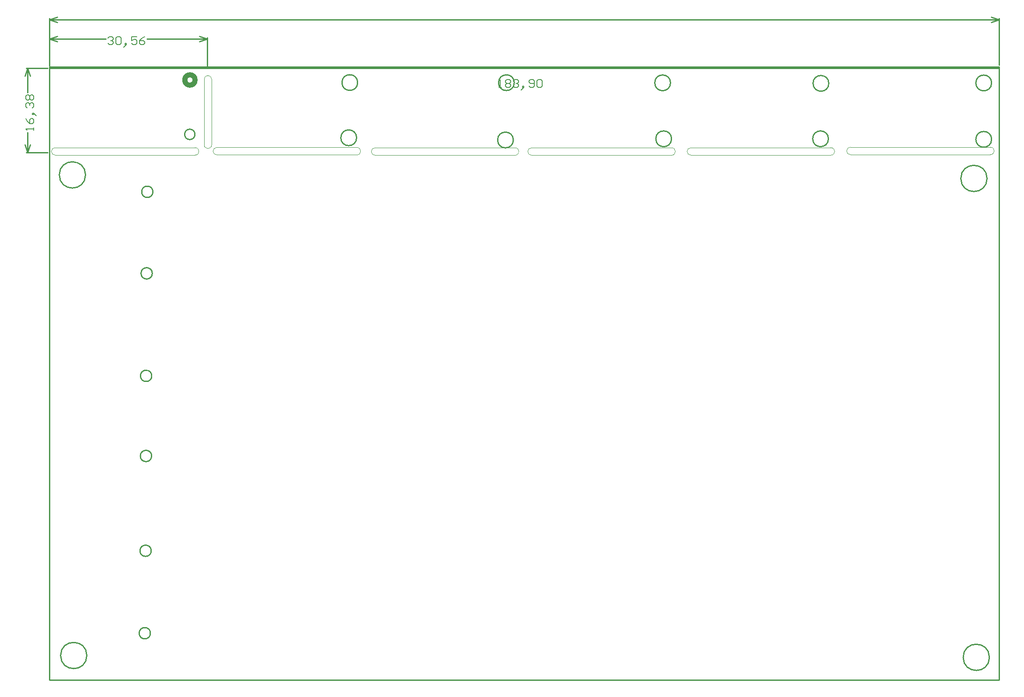
<source format=gm1>
G04*
G04 #@! TF.GenerationSoftware,Altium Limited,Altium Designer,21.6.4 (81)*
G04*
G04 Layer_Color=16711935*
%FSLAX44Y44*%
%MOMM*%
G71*
G04*
G04 #@! TF.SameCoordinates,237C1AA0-54E4-4B3D-89E3-81C07F55AAFC*
G04*
G04*
G04 #@! TF.FilePolarity,Positive*
G04*
G01*
G75*
%ADD12C,0.2540*%
%ADD13C,0.1524*%
%ADD88C,0.0127*%
%ADD89C,1.0000*%
D12*
X2437788Y1635080D02*
G03*
X2437788Y1635080I-15240J0D01*
G01*
Y1744300D02*
G03*
X2437788Y1744300I-15240J0D01*
G01*
X2121812Y1636096D02*
G03*
X2121812Y1636096I-15240J0D01*
G01*
X2122574Y1743538D02*
G03*
X2122574Y1743538I-15240J0D01*
G01*
X1818028Y1636096D02*
G03*
X1818028Y1636096I-15240J0D01*
G01*
X1815996Y1744554D02*
G03*
X1815996Y1744554I-15240J0D01*
G01*
X1511704Y1633810D02*
G03*
X1511704Y1633810I-15240J0D01*
G01*
X1513482Y1744808D02*
G03*
X1513482Y1744808I-15240J0D01*
G01*
X1208174Y1638128D02*
G03*
X1208174Y1638128I-15240J0D01*
G01*
X1210206Y1745062D02*
G03*
X1210206Y1745062I-15240J0D01*
G01*
X895190Y1644650D02*
G03*
X895190Y1644650I-10000J0D01*
G01*
X2429002Y1559306D02*
G03*
X2429002Y1559306I-25400J0D01*
G01*
X2433574Y631444D02*
G03*
X2433574Y631444I-25400J0D01*
G01*
X810517Y837946D02*
G03*
X810517Y837946I-10925J0D01*
G01*
X808993Y678180D02*
G03*
X808993Y678180I-10925J0D01*
G01*
X811279Y1021588D02*
G03*
X811279Y1021588I-10925J0D01*
G01*
X811533Y1176782D02*
G03*
X811533Y1176782I-10925J0D01*
G01*
X683260Y1566164D02*
G03*
X683260Y1566164I-25400J0D01*
G01*
X685800Y635000D02*
G03*
X685800Y635000I-25400J0D01*
G01*
X812549Y1375410D02*
G03*
X812549Y1375410I-10925J0D01*
G01*
X813819Y1533398D02*
G03*
X813819Y1533398I-10925J0D01*
G01*
X613410Y588010D02*
X2452370D01*
X613410Y1775460D02*
X2452370D01*
Y588010D02*
Y1775460D01*
X613410Y588010D02*
Y1775460D01*
Y588010D02*
X2452370D01*
X613410Y1773174D02*
X2452370D01*
Y588010D02*
Y1773174D01*
X613410Y588010D02*
Y1773174D01*
X571246D02*
X576326Y1757934D01*
X566166D02*
X571246Y1773174D01*
X566166Y1624584D02*
X571246Y1609344D01*
X576326Y1624584D01*
X571246Y1725538D02*
Y1773174D01*
Y1609344D02*
Y1648852D01*
X568706Y1773174D02*
X609600D01*
X568706Y1609344D02*
X610235D01*
X613410Y1866646D02*
X628650Y1871726D01*
X613410Y1866646D02*
X628650Y1861566D01*
X2437130D02*
X2452370Y1866646D01*
X2437130Y1871726D02*
X2452370Y1866646D01*
X613410D02*
X1532890D01*
X2452370D01*
X613410Y1776984D02*
Y1869186D01*
X2452370Y1779270D02*
Y1869186D01*
X613410Y1830070D02*
X628650Y1835150D01*
X613410Y1830070D02*
X628650Y1824990D01*
X903732D02*
X918972Y1830070D01*
X903732Y1835150D02*
X918972Y1830070D01*
X613410D02*
X722514D01*
X801740D02*
X918972D01*
X613410Y1779270D02*
Y1832610D01*
X918972Y1774190D02*
Y1832610D01*
D13*
X582927Y1652916D02*
Y1657994D01*
Y1655455D01*
X567692D01*
X570231Y1652916D01*
X567692Y1675769D02*
X570231Y1670690D01*
X575309Y1665612D01*
X580387D01*
X582927Y1668151D01*
Y1673230D01*
X580387Y1675769D01*
X577848D01*
X575309Y1673230D01*
Y1665612D01*
X585466Y1683386D02*
X582927Y1685925D01*
X580387D01*
Y1683386D01*
X582927D01*
Y1685925D01*
X585466Y1683386D01*
X588005Y1680847D01*
X570231Y1696082D02*
X567692Y1698621D01*
Y1703700D01*
X570231Y1706239D01*
X572770D01*
X575309Y1703700D01*
Y1701160D01*
Y1703700D01*
X577848Y1706239D01*
X580387D01*
X582927Y1703700D01*
Y1698621D01*
X580387Y1696082D01*
X570231Y1711317D02*
X567692Y1713856D01*
Y1718935D01*
X570231Y1721474D01*
X572770D01*
X575309Y1718935D01*
X577848Y1721474D01*
X580387D01*
X582927Y1718935D01*
Y1713856D01*
X580387Y1711317D01*
X577848D01*
X575309Y1713856D01*
X572770Y1711317D01*
X570231D01*
X575309Y1713856D02*
Y1718935D01*
X1483868Y1735580D02*
X1488946D01*
X1486407D01*
Y1750815D01*
X1483868Y1748276D01*
X1496564D02*
X1499103Y1750815D01*
X1504181D01*
X1506721Y1748276D01*
Y1745737D01*
X1504181Y1743198D01*
X1506721Y1740659D01*
Y1738120D01*
X1504181Y1735580D01*
X1499103D01*
X1496564Y1738120D01*
Y1740659D01*
X1499103Y1743198D01*
X1496564Y1745737D01*
Y1748276D01*
X1499103Y1743198D02*
X1504181D01*
X1511799Y1748276D02*
X1514338Y1750815D01*
X1519417D01*
X1521956Y1748276D01*
Y1745737D01*
X1519417Y1743198D01*
X1516877D01*
X1519417D01*
X1521956Y1740659D01*
Y1738120D01*
X1519417Y1735580D01*
X1514338D01*
X1511799Y1738120D01*
X1529573Y1733041D02*
X1532112Y1735580D01*
Y1738120D01*
X1529573D01*
Y1735580D01*
X1532112D01*
X1529573Y1733041D01*
X1527034Y1730502D01*
X1542269Y1738120D02*
X1544808Y1735580D01*
X1549887D01*
X1552426Y1738120D01*
Y1748276D01*
X1549887Y1750815D01*
X1544808D01*
X1542269Y1748276D01*
Y1745737D01*
X1544808Y1743198D01*
X1552426D01*
X1557504Y1748276D02*
X1560043Y1750815D01*
X1565122D01*
X1567661Y1748276D01*
Y1738120D01*
X1565122Y1735580D01*
X1560043D01*
X1557504Y1738120D01*
Y1748276D01*
X726579Y1831085D02*
X729118Y1833624D01*
X734196D01*
X736735Y1831085D01*
Y1828546D01*
X734196Y1826007D01*
X731657D01*
X734196D01*
X736735Y1823468D01*
Y1820928D01*
X734196Y1818389D01*
X729118D01*
X726579Y1820928D01*
X741814Y1831085D02*
X744353Y1833624D01*
X749431D01*
X751970Y1831085D01*
Y1820928D01*
X749431Y1818389D01*
X744353D01*
X741814Y1820928D01*
Y1831085D01*
X759588Y1815850D02*
X762127Y1818389D01*
Y1820928D01*
X759588D01*
Y1818389D01*
X762127D01*
X759588Y1815850D01*
X757049Y1813311D01*
X782440Y1833624D02*
X772284D01*
Y1826007D01*
X777362Y1828546D01*
X779901D01*
X782440Y1826007D01*
Y1820928D01*
X779901Y1818389D01*
X774823D01*
X772284Y1820928D01*
X797675Y1833624D02*
X792597Y1831085D01*
X787519Y1826007D01*
Y1820928D01*
X790058Y1818389D01*
X795136D01*
X797675Y1820928D01*
Y1823468D01*
X795136Y1826007D01*
X787519D01*
D88*
X1208786Y1604906D02*
G03*
X1208786Y1619370I0J7232D01*
G01*
X937481Y1619369D02*
G03*
X937459Y1604905I-23J-7232D01*
G01*
X2435606Y1605414D02*
G03*
X2435606Y1619878I0J7232D01*
G01*
X2164301Y1619877D02*
G03*
X2164279Y1605413I-23J-7232D01*
G01*
X2126742Y1604398D02*
G03*
X2126742Y1618862I0J7232D01*
G01*
X1855437Y1618861D02*
G03*
X1855415Y1604397I-23J-7232D01*
G01*
X1818132Y1604144D02*
G03*
X1818132Y1618608I0J7232D01*
G01*
X1546827Y1618607D02*
G03*
X1546805Y1604143I-23J-7232D01*
G01*
X1515110Y1604144D02*
G03*
X1515110Y1618608I0J7232D01*
G01*
X1243805Y1618607D02*
G03*
X1243783Y1604143I-23J-7232D01*
G01*
X624355Y1618993D02*
G03*
X624332Y1604529I-23J-7232D01*
G01*
X895659Y1604530D02*
G03*
X895659Y1618993I0J7232D01*
G01*
X927512Y1751567D02*
G03*
X913048Y1751590I-7232J23D01*
G01*
X913059Y1624532D02*
G03*
X927523Y1624532I7232J0D01*
G01*
X937458Y1604880D02*
X1208786Y1604905D01*
X937481Y1619369D02*
X1208786Y1619370D01*
X2164279Y1605388D02*
X2435606Y1605413D01*
X2164301Y1619877D02*
X2435606Y1619878D01*
X1855414Y1604372D02*
X2126742Y1604397D01*
X1855437Y1618861D02*
X2126742Y1618862D01*
X1546805Y1604118D02*
X1818132Y1604143D01*
X1546827Y1618607D02*
X1818132Y1618608D01*
X1243783Y1604118D02*
X1515110Y1604143D01*
X1243805Y1618607D02*
X1515110Y1618608D01*
X624355Y1618993D02*
X895659Y1618993D01*
X624332Y1604504D02*
X895659Y1604529D01*
X913048Y1751590D02*
X913059Y1624532D01*
X927512Y1751567D02*
X927523Y1624532D01*
D89*
X895444Y1750060D02*
G03*
X895444Y1750060I-10000J0D01*
G01*
M02*

</source>
